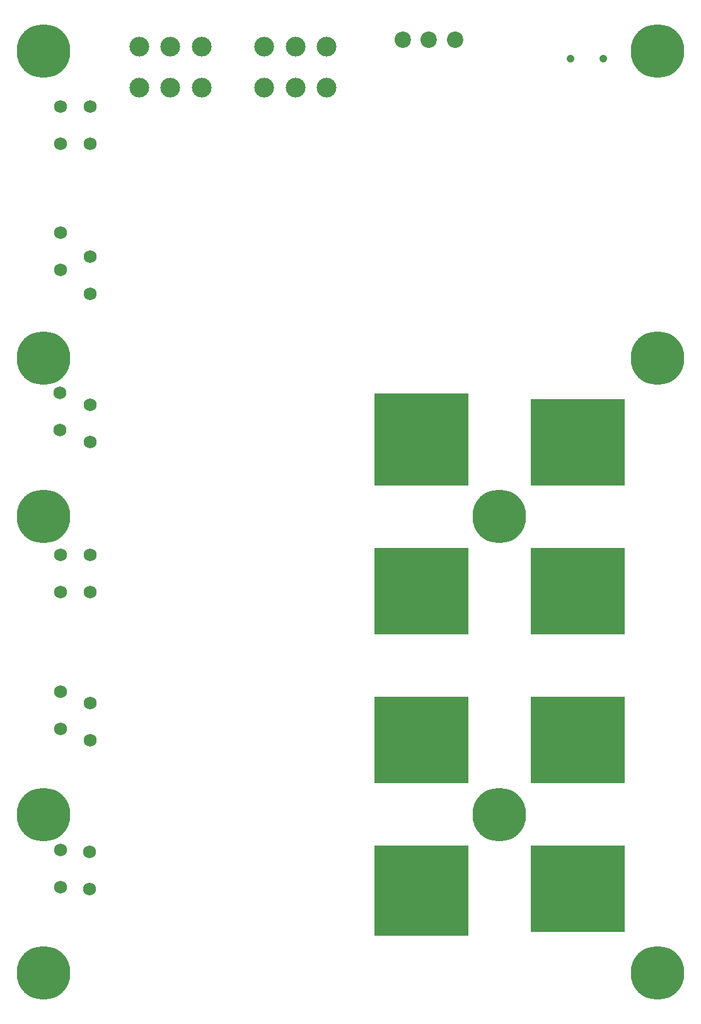
<source format=gbs>
%FSLAX44Y44*%
%MOMM*%
G71*
G01*
G75*
G04 Layer_Color=16711935*
%ADD10C,0.4000*%
%ADD11O,0.2500X1.3000*%
G04:AMPARAMS|DCode=12|XSize=1mm|YSize=0.9mm|CornerRadius=0.198mm|HoleSize=0mm|Usage=FLASHONLY|Rotation=270.000|XOffset=0mm|YOffset=0mm|HoleType=Round|Shape=RoundedRectangle|*
%AMROUNDEDRECTD12*
21,1,1.0000,0.5040,0,0,270.0*
21,1,0.6040,0.9000,0,0,270.0*
1,1,0.3960,-0.2520,-0.3020*
1,1,0.3960,-0.2520,0.3020*
1,1,0.3960,0.2520,0.3020*
1,1,0.3960,0.2520,-0.3020*
%
%ADD12ROUNDEDRECTD12*%
%ADD13C,0.6000*%
%ADD14O,0.2500X1.0000*%
G04:AMPARAMS|DCode=15|XSize=1mm|YSize=0.9mm|CornerRadius=0.198mm|HoleSize=0mm|Usage=FLASHONLY|Rotation=180.000|XOffset=0mm|YOffset=0mm|HoleType=Round|Shape=RoundedRectangle|*
%AMROUNDEDRECTD15*
21,1,1.0000,0.5040,0,0,180.0*
21,1,0.6040,0.9000,0,0,180.0*
1,1,0.3960,-0.3020,0.2520*
1,1,0.3960,0.3020,0.2520*
1,1,0.3960,0.3020,-0.2520*
1,1,0.3960,-0.3020,-0.2520*
%
%ADD15ROUNDEDRECTD15*%
G04:AMPARAMS|DCode=16|XSize=1.75mm|YSize=1.05mm|CornerRadius=0.1995mm|HoleSize=0mm|Usage=FLASHONLY|Rotation=180.000|XOffset=0mm|YOffset=0mm|HoleType=Round|Shape=RoundedRectangle|*
%AMROUNDEDRECTD16*
21,1,1.7500,0.6510,0,0,180.0*
21,1,1.3510,1.0500,0,0,180.0*
1,1,0.3990,-0.6755,0.3255*
1,1,0.3990,0.6755,0.3255*
1,1,0.3990,0.6755,-0.3255*
1,1,0.3990,-0.6755,-0.3255*
%
%ADD16ROUNDEDRECTD16*%
G04:AMPARAMS|DCode=17|XSize=2.7mm|YSize=1.15mm|CornerRadius=0.2013mm|HoleSize=0mm|Usage=FLASHONLY|Rotation=180.000|XOffset=0mm|YOffset=0mm|HoleType=Round|Shape=RoundedRectangle|*
%AMROUNDEDRECTD17*
21,1,2.7000,0.7475,0,0,180.0*
21,1,2.2975,1.1500,0,0,180.0*
1,1,0.4025,-1.1487,0.3738*
1,1,0.4025,1.1487,0.3738*
1,1,0.4025,1.1487,-0.3738*
1,1,0.4025,-1.1487,-0.3738*
%
%ADD17ROUNDEDRECTD17*%
G04:AMPARAMS|DCode=18|XSize=1.45mm|YSize=1.15mm|CornerRadius=0.2013mm|HoleSize=0mm|Usage=FLASHONLY|Rotation=270.000|XOffset=0mm|YOffset=0mm|HoleType=Round|Shape=RoundedRectangle|*
%AMROUNDEDRECTD18*
21,1,1.4500,0.7475,0,0,270.0*
21,1,1.0475,1.1500,0,0,270.0*
1,1,0.4025,-0.3738,-0.5238*
1,1,0.4025,-0.3738,0.5238*
1,1,0.4025,0.3738,0.5238*
1,1,0.4025,0.3738,-0.5238*
%
%ADD18ROUNDEDRECTD18*%
G04:AMPARAMS|DCode=19|XSize=1mm|YSize=0.95mm|CornerRadius=0.1995mm|HoleSize=0mm|Usage=FLASHONLY|Rotation=180.000|XOffset=0mm|YOffset=0mm|HoleType=Round|Shape=RoundedRectangle|*
%AMROUNDEDRECTD19*
21,1,1.0000,0.5510,0,0,180.0*
21,1,0.6010,0.9500,0,0,180.0*
1,1,0.3990,-0.3005,0.2755*
1,1,0.3990,0.3005,0.2755*
1,1,0.3990,0.3005,-0.2755*
1,1,0.3990,-0.3005,-0.2755*
%
%ADD19ROUNDEDRECTD19*%
G04:AMPARAMS|DCode=20|XSize=1mm|YSize=0.95mm|CornerRadius=0.1995mm|HoleSize=0mm|Usage=FLASHONLY|Rotation=90.000|XOffset=0mm|YOffset=0mm|HoleType=Round|Shape=RoundedRectangle|*
%AMROUNDEDRECTD20*
21,1,1.0000,0.5510,0,0,90.0*
21,1,0.6010,0.9500,0,0,90.0*
1,1,0.3990,0.2755,0.3005*
1,1,0.3990,0.2755,-0.3005*
1,1,0.3990,-0.2755,-0.3005*
1,1,0.3990,-0.2755,0.3005*
%
%ADD20ROUNDEDRECTD20*%
G04:AMPARAMS|DCode=21|XSize=2.7mm|YSize=1.15mm|CornerRadius=0.2013mm|HoleSize=0mm|Usage=FLASHONLY|Rotation=90.000|XOffset=0mm|YOffset=0mm|HoleType=Round|Shape=RoundedRectangle|*
%AMROUNDEDRECTD21*
21,1,2.7000,0.7475,0,0,90.0*
21,1,2.2975,1.1500,0,0,90.0*
1,1,0.4025,0.3738,1.1487*
1,1,0.4025,0.3738,-1.1487*
1,1,0.4025,-0.3738,-1.1487*
1,1,0.4025,-0.3738,1.1487*
%
%ADD21ROUNDEDRECTD21*%
G04:AMPARAMS|DCode=22|XSize=1.45mm|YSize=1.15mm|CornerRadius=0.2013mm|HoleSize=0mm|Usage=FLASHONLY|Rotation=0.000|XOffset=0mm|YOffset=0mm|HoleType=Round|Shape=RoundedRectangle|*
%AMROUNDEDRECTD22*
21,1,1.4500,0.7475,0,0,0.0*
21,1,1.0475,1.1500,0,0,0.0*
1,1,0.4025,0.5238,-0.3738*
1,1,0.4025,-0.5238,-0.3738*
1,1,0.4025,-0.5238,0.3738*
1,1,0.4025,0.5238,0.3738*
%
%ADD22ROUNDEDRECTD22*%
G04:AMPARAMS|DCode=23|XSize=3.95mm|YSize=1.2mm|CornerRadius=0.198mm|HoleSize=0mm|Usage=FLASHONLY|Rotation=0.000|XOffset=0mm|YOffset=0mm|HoleType=Round|Shape=RoundedRectangle|*
%AMROUNDEDRECTD23*
21,1,3.9500,0.8040,0,0,0.0*
21,1,3.5540,1.2000,0,0,0.0*
1,1,0.3960,1.7770,-0.4020*
1,1,0.3960,-1.7770,-0.4020*
1,1,0.3960,-1.7770,0.4020*
1,1,0.3960,1.7770,0.4020*
%
%ADD23ROUNDEDRECTD23*%
G04:AMPARAMS|DCode=24|XSize=11.3mm|YSize=10.75mm|CornerRadius=0.215mm|HoleSize=0mm|Usage=FLASHONLY|Rotation=0.000|XOffset=0mm|YOffset=0mm|HoleType=Round|Shape=RoundedRectangle|*
%AMROUNDEDRECTD24*
21,1,11.3000,10.3200,0,0,0.0*
21,1,10.8700,10.7500,0,0,0.0*
1,1,0.4300,5.4350,-5.1600*
1,1,0.4300,-5.4350,-5.1600*
1,1,0.4300,-5.4350,5.1600*
1,1,0.4300,5.4350,5.1600*
%
%ADD24ROUNDEDRECTD24*%
G04:AMPARAMS|DCode=25|XSize=2.5mm|YSize=1.7mm|CornerRadius=0.204mm|HoleSize=0mm|Usage=FLASHONLY|Rotation=180.000|XOffset=0mm|YOffset=0mm|HoleType=Round|Shape=RoundedRectangle|*
%AMROUNDEDRECTD25*
21,1,2.5000,1.2920,0,0,180.0*
21,1,2.0920,1.7000,0,0,180.0*
1,1,0.4080,-1.0460,0.6460*
1,1,0.4080,1.0460,0.6460*
1,1,0.4080,1.0460,-0.6460*
1,1,0.4080,-1.0460,-0.6460*
%
%ADD25ROUNDEDRECTD25*%
G04:AMPARAMS|DCode=26|XSize=2.5mm|YSize=1.7mm|CornerRadius=0.204mm|HoleSize=0mm|Usage=FLASHONLY|Rotation=90.000|XOffset=0mm|YOffset=0mm|HoleType=Round|Shape=RoundedRectangle|*
%AMROUNDEDRECTD26*
21,1,2.5000,1.2920,0,0,90.0*
21,1,2.0920,1.7000,0,0,90.0*
1,1,0.4080,0.6460,1.0460*
1,1,0.4080,0.6460,-1.0460*
1,1,0.4080,-0.6460,-1.0460*
1,1,0.4080,-0.6460,1.0460*
%
%ADD26ROUNDEDRECTD26*%
G04:AMPARAMS|DCode=27|XSize=3.3mm|YSize=2.5mm|CornerRadius=0.2mm|HoleSize=0mm|Usage=FLASHONLY|Rotation=0.000|XOffset=0mm|YOffset=0mm|HoleType=Round|Shape=RoundedRectangle|*
%AMROUNDEDRECTD27*
21,1,3.3000,2.1000,0,0,0.0*
21,1,2.9000,2.5000,0,0,0.0*
1,1,0.4000,1.4500,-1.0500*
1,1,0.4000,-1.4500,-1.0500*
1,1,0.4000,-1.4500,1.0500*
1,1,0.4000,1.4500,1.0500*
%
%ADD27ROUNDEDRECTD27*%
G04:AMPARAMS|DCode=28|XSize=2.5mm|YSize=2.3mm|CornerRadius=0.1955mm|HoleSize=0mm|Usage=FLASHONLY|Rotation=270.000|XOffset=0mm|YOffset=0mm|HoleType=Round|Shape=RoundedRectangle|*
%AMROUNDEDRECTD28*
21,1,2.5000,1.9090,0,0,270.0*
21,1,2.1090,2.3000,0,0,270.0*
1,1,0.3910,-0.9545,-1.0545*
1,1,0.3910,-0.9545,1.0545*
1,1,0.3910,0.9545,1.0545*
1,1,0.3910,0.9545,-1.0545*
%
%ADD28ROUNDEDRECTD28*%
G04:AMPARAMS|DCode=29|XSize=3mm|YSize=1.65mm|CornerRadius=0.1073mm|HoleSize=0mm|Usage=FLASHONLY|Rotation=180.000|XOffset=0mm|YOffset=0mm|HoleType=Round|Shape=RoundedRectangle|*
%AMROUNDEDRECTD29*
21,1,3.0000,1.4355,0,0,180.0*
21,1,2.7855,1.6500,0,0,180.0*
1,1,0.2145,-1.3927,0.7178*
1,1,0.2145,1.3927,0.7178*
1,1,0.2145,1.3927,-0.7178*
1,1,0.2145,-1.3927,-0.7178*
%
%ADD29ROUNDEDRECTD29*%
G04:AMPARAMS|DCode=30|XSize=1mm|YSize=0.45mm|CornerRadius=0.1125mm|HoleSize=0mm|Usage=FLASHONLY|Rotation=90.000|XOffset=0mm|YOffset=0mm|HoleType=Round|Shape=RoundedRectangle|*
%AMROUNDEDRECTD30*
21,1,1.0000,0.2250,0,0,90.0*
21,1,0.7750,0.4500,0,0,90.0*
1,1,0.2250,0.1125,0.3875*
1,1,0.2250,0.1125,-0.3875*
1,1,0.2250,-0.1125,-0.3875*
1,1,0.2250,-0.1125,0.3875*
%
%ADD30ROUNDEDRECTD30*%
G04:AMPARAMS|DCode=31|XSize=0.7mm|YSize=0.25mm|CornerRadius=0.0838mm|HoleSize=0mm|Usage=FLASHONLY|Rotation=90.000|XOffset=0mm|YOffset=0mm|HoleType=Round|Shape=RoundedRectangle|*
%AMROUNDEDRECTD31*
21,1,0.7000,0.0825,0,0,90.0*
21,1,0.5325,0.2500,0,0,90.0*
1,1,0.1675,0.0413,0.2662*
1,1,0.1675,0.0413,-0.2662*
1,1,0.1675,-0.0413,-0.2662*
1,1,0.1675,-0.0413,0.2662*
%
%ADD31ROUNDEDRECTD31*%
G04:AMPARAMS|DCode=32|XSize=1.35mm|YSize=1.65mm|CornerRadius=0.27mm|HoleSize=0mm|Usage=FLASHONLY|Rotation=180.000|XOffset=0mm|YOffset=0mm|HoleType=Round|Shape=RoundedRectangle|*
%AMROUNDEDRECTD32*
21,1,1.3500,1.1100,0,0,180.0*
21,1,0.8100,1.6500,0,0,180.0*
1,1,0.5400,-0.4050,0.5550*
1,1,0.5400,0.4050,0.5550*
1,1,0.5400,0.4050,-0.5550*
1,1,0.5400,-0.4050,-0.5550*
%
%ADD32ROUNDEDRECTD32*%
G04:AMPARAMS|DCode=33|XSize=1.05mm|YSize=0.65mm|CornerRadius=0.2015mm|HoleSize=0mm|Usage=FLASHONLY|Rotation=180.000|XOffset=0mm|YOffset=0mm|HoleType=Round|Shape=RoundedRectangle|*
%AMROUNDEDRECTD33*
21,1,1.0500,0.2470,0,0,180.0*
21,1,0.6470,0.6500,0,0,180.0*
1,1,0.4030,-0.3235,0.1235*
1,1,0.4030,0.3235,0.1235*
1,1,0.4030,0.3235,-0.1235*
1,1,0.4030,-0.3235,-0.1235*
%
%ADD33ROUNDEDRECTD33*%
%ADD34O,1.3500X0.5000*%
G04:AMPARAMS|DCode=35|XSize=6.5mm|YSize=5mm|CornerRadius=0.25mm|HoleSize=0mm|Usage=FLASHONLY|Rotation=180.000|XOffset=0mm|YOffset=0mm|HoleType=Round|Shape=RoundedRectangle|*
%AMROUNDEDRECTD35*
21,1,6.5000,4.5000,0,0,180.0*
21,1,6.0000,5.0000,0,0,180.0*
1,1,0.5000,-3.0000,2.2500*
1,1,0.5000,3.0000,2.2500*
1,1,0.5000,3.0000,-2.2500*
1,1,0.5000,-3.0000,-2.2500*
%
%ADD35ROUNDEDRECTD35*%
%ADD36O,0.5000X1.3500*%
G04:AMPARAMS|DCode=37|XSize=2.85mm|YSize=1mm|CornerRadius=0.2mm|HoleSize=0mm|Usage=FLASHONLY|Rotation=0.000|XOffset=0mm|YOffset=0mm|HoleType=Round|Shape=RoundedRectangle|*
%AMROUNDEDRECTD37*
21,1,2.8500,0.6000,0,0,0.0*
21,1,2.4500,1.0000,0,0,0.0*
1,1,0.4000,1.2250,-0.3000*
1,1,0.4000,-1.2250,-0.3000*
1,1,0.4000,-1.2250,0.3000*
1,1,0.4000,1.2250,0.3000*
%
%ADD37ROUNDEDRECTD37*%
G04:AMPARAMS|DCode=38|XSize=6.45mm|YSize=6mm|CornerRadius=0.21mm|HoleSize=0mm|Usage=FLASHONLY|Rotation=0.000|XOffset=0mm|YOffset=0mm|HoleType=Round|Shape=RoundedRectangle|*
%AMROUNDEDRECTD38*
21,1,6.4500,5.5800,0,0,0.0*
21,1,6.0300,6.0000,0,0,0.0*
1,1,0.4200,3.0150,-2.7900*
1,1,0.4200,-3.0150,-2.7900*
1,1,0.4200,-3.0150,2.7900*
1,1,0.4200,3.0150,2.7900*
%
%ADD38ROUNDEDRECTD38*%
G04:AMPARAMS|DCode=39|XSize=1.2mm|YSize=1.2mm|CornerRadius=0.198mm|HoleSize=0mm|Usage=FLASHONLY|Rotation=0.000|XOffset=0mm|YOffset=0mm|HoleType=Round|Shape=RoundedRectangle|*
%AMROUNDEDRECTD39*
21,1,1.2000,0.8040,0,0,0.0*
21,1,0.8040,1.2000,0,0,0.0*
1,1,0.3960,0.4020,-0.4020*
1,1,0.3960,-0.4020,-0.4020*
1,1,0.3960,-0.4020,0.4020*
1,1,0.3960,0.4020,0.4020*
%
%ADD39ROUNDEDRECTD39*%
G04:AMPARAMS|DCode=40|XSize=1.2mm|YSize=1.2mm|CornerRadius=0.198mm|HoleSize=0mm|Usage=FLASHONLY|Rotation=90.000|XOffset=0mm|YOffset=0mm|HoleType=Round|Shape=RoundedRectangle|*
%AMROUNDEDRECTD40*
21,1,1.2000,0.8040,0,0,90.0*
21,1,0.8040,1.2000,0,0,90.0*
1,1,0.3960,0.4020,0.4020*
1,1,0.3960,0.4020,-0.4020*
1,1,0.3960,-0.4020,-0.4020*
1,1,0.3960,-0.4020,0.4020*
%
%ADD40ROUNDEDRECTD40*%
G04:AMPARAMS|DCode=41|XSize=2.3mm|YSize=0.5mm|CornerRadius=0.2mm|HoleSize=0mm|Usage=FLASHONLY|Rotation=270.000|XOffset=0mm|YOffset=0mm|HoleType=Round|Shape=RoundedRectangle|*
%AMROUNDEDRECTD41*
21,1,2.3000,0.1000,0,0,270.0*
21,1,1.9000,0.5000,0,0,270.0*
1,1,0.4000,-0.0500,-0.9500*
1,1,0.4000,-0.0500,0.9500*
1,1,0.4000,0.0500,0.9500*
1,1,0.4000,0.0500,-0.9500*
%
%ADD41ROUNDEDRECTD41*%
G04:AMPARAMS|DCode=42|XSize=2.5mm|YSize=2mm|CornerRadius=0.2mm|HoleSize=0mm|Usage=FLASHONLY|Rotation=270.000|XOffset=0mm|YOffset=0mm|HoleType=Round|Shape=RoundedRectangle|*
%AMROUNDEDRECTD42*
21,1,2.5000,1.6000,0,0,270.0*
21,1,2.1000,2.0000,0,0,270.0*
1,1,0.4000,-0.8000,-1.0500*
1,1,0.4000,-0.8000,1.0500*
1,1,0.4000,0.8000,1.0500*
1,1,0.4000,0.8000,-1.0500*
%
%ADD42ROUNDEDRECTD42*%
G04:AMPARAMS|DCode=43|XSize=1.1mm|YSize=0.6mm|CornerRadius=0.201mm|HoleSize=0mm|Usage=FLASHONLY|Rotation=0.000|XOffset=0mm|YOffset=0mm|HoleType=Round|Shape=RoundedRectangle|*
%AMROUNDEDRECTD43*
21,1,1.1000,0.1980,0,0,0.0*
21,1,0.6980,0.6000,0,0,0.0*
1,1,0.4020,0.3490,-0.0990*
1,1,0.4020,-0.3490,-0.0990*
1,1,0.4020,-0.3490,0.0990*
1,1,0.4020,0.3490,0.0990*
%
%ADD43ROUNDEDRECTD43*%
%ADD44C,1.0000*%
%ADD45O,1.5000X0.3000*%
%ADD46O,0.3000X1.5000*%
G04:AMPARAMS|DCode=47|XSize=4.9mm|YSize=1.6mm|CornerRadius=0.2mm|HoleSize=0mm|Usage=FLASHONLY|Rotation=270.000|XOffset=0mm|YOffset=0mm|HoleType=Round|Shape=RoundedRectangle|*
%AMROUNDEDRECTD47*
21,1,4.9000,1.2000,0,0,270.0*
21,1,4.5000,1.6000,0,0,270.0*
1,1,0.4000,-0.6000,-2.2500*
1,1,0.4000,-0.6000,2.2500*
1,1,0.4000,0.6000,2.2500*
1,1,0.4000,0.6000,-2.2500*
%
%ADD47ROUNDEDRECTD47*%
%ADD48R,1.3000X1.3000*%
%ADD49C,1.3000*%
G04:AMPARAMS|DCode=50|XSize=1.05mm|YSize=0.65mm|CornerRadius=0.2015mm|HoleSize=0mm|Usage=FLASHONLY|Rotation=270.000|XOffset=0mm|YOffset=0mm|HoleType=Round|Shape=RoundedRectangle|*
%AMROUNDEDRECTD50*
21,1,1.0500,0.2470,0,0,270.0*
21,1,0.6470,0.6500,0,0,270.0*
1,1,0.4030,-0.1235,-0.3235*
1,1,0.4030,-0.1235,0.3235*
1,1,0.4030,0.1235,0.3235*
1,1,0.4030,0.1235,-0.3235*
%
%ADD50ROUNDEDRECTD50*%
%ADD51O,0.6000X1.5500*%
G04:AMPARAMS|DCode=52|XSize=1.75mm|YSize=1.05mm|CornerRadius=0.1995mm|HoleSize=0mm|Usage=FLASHONLY|Rotation=90.000|XOffset=0mm|YOffset=0mm|HoleType=Round|Shape=RoundedRectangle|*
%AMROUNDEDRECTD52*
21,1,1.7500,0.6510,0,0,90.0*
21,1,1.3510,1.0500,0,0,90.0*
1,1,0.3990,0.3255,0.6755*
1,1,0.3990,0.3255,-0.6755*
1,1,0.3990,-0.3255,-0.6755*
1,1,0.3990,-0.3255,0.6755*
%
%ADD52ROUNDEDRECTD52*%
%ADD53O,1.5500X0.6000*%
%ADD54O,0.2000X1.0000*%
%ADD55C,0.5000*%
G04:AMPARAMS|DCode=56|XSize=1.1mm|YSize=0.8mm|CornerRadius=0.268mm|HoleSize=0mm|Usage=FLASHONLY|Rotation=0.000|XOffset=0mm|YOffset=0mm|HoleType=Round|Shape=RoundedRectangle|*
%AMROUNDEDRECTD56*
21,1,1.1000,0.2640,0,0,0.0*
21,1,0.5640,0.8000,0,0,0.0*
1,1,0.5360,0.2820,-0.1320*
1,1,0.5360,-0.2820,-0.1320*
1,1,0.5360,-0.2820,0.1320*
1,1,0.5360,0.2820,0.1320*
%
%ADD56ROUNDEDRECTD56*%
%ADD57C,2.0000*%
%ADD58C,0.6000*%
%ADD59C,0.5000*%
%ADD60C,0.2500*%
%ADD61C,0.4500*%
%ADD62C,0.4000*%
%ADD63C,0.3500*%
%ADD64C,0.3000*%
%ADD65C,0.2540*%
%ADD66C,0.2000*%
%ADD67C,1.6000*%
%ADD68C,2.5000*%
%ADD69C,7.0000*%
%ADD70C,2.0000*%
%ADD71C,1.6000*%
%ADD72C,4.5000*%
%ADD73C,0.0500*%
%ADD74C,0.1500*%
%ADD75C,0.1524*%
%ADD76C,0.0000*%
%ADD77O,0.3500X1.4000*%
G04:AMPARAMS|DCode=78|XSize=1.15mm|YSize=1.05mm|CornerRadius=0.273mm|HoleSize=0mm|Usage=FLASHONLY|Rotation=270.000|XOffset=0mm|YOffset=0mm|HoleType=Round|Shape=RoundedRectangle|*
%AMROUNDEDRECTD78*
21,1,1.1500,0.5040,0,0,270.0*
21,1,0.6040,1.0500,0,0,270.0*
1,1,0.5460,-0.2520,-0.3020*
1,1,0.5460,-0.2520,0.3020*
1,1,0.5460,0.2520,0.3020*
1,1,0.5460,0.2520,-0.3020*
%
%ADD78ROUNDEDRECTD78*%
%ADD79C,0.8000*%
%ADD80O,0.3500X1.1000*%
G04:AMPARAMS|DCode=81|XSize=1.15mm|YSize=1.05mm|CornerRadius=0.273mm|HoleSize=0mm|Usage=FLASHONLY|Rotation=180.000|XOffset=0mm|YOffset=0mm|HoleType=Round|Shape=RoundedRectangle|*
%AMROUNDEDRECTD81*
21,1,1.1500,0.5040,0,0,180.0*
21,1,0.6040,1.0500,0,0,180.0*
1,1,0.5460,-0.3020,0.2520*
1,1,0.5460,0.3020,0.2520*
1,1,0.5460,0.3020,-0.2520*
1,1,0.5460,-0.3020,-0.2520*
%
%ADD81ROUNDEDRECTD81*%
G04:AMPARAMS|DCode=82|XSize=1.9mm|YSize=1.2mm|CornerRadius=0.2745mm|HoleSize=0mm|Usage=FLASHONLY|Rotation=180.000|XOffset=0mm|YOffset=0mm|HoleType=Round|Shape=RoundedRectangle|*
%AMROUNDEDRECTD82*
21,1,1.9000,0.6510,0,0,180.0*
21,1,1.3510,1.2000,0,0,180.0*
1,1,0.5490,-0.6755,0.3255*
1,1,0.5490,0.6755,0.3255*
1,1,0.5490,0.6755,-0.3255*
1,1,0.5490,-0.6755,-0.3255*
%
%ADD82ROUNDEDRECTD82*%
G04:AMPARAMS|DCode=83|XSize=2.85mm|YSize=1.3mm|CornerRadius=0.2763mm|HoleSize=0mm|Usage=FLASHONLY|Rotation=180.000|XOffset=0mm|YOffset=0mm|HoleType=Round|Shape=RoundedRectangle|*
%AMROUNDEDRECTD83*
21,1,2.8500,0.7475,0,0,180.0*
21,1,2.2975,1.3000,0,0,180.0*
1,1,0.5525,-1.1487,0.3738*
1,1,0.5525,1.1487,0.3738*
1,1,0.5525,1.1487,-0.3738*
1,1,0.5525,-1.1487,-0.3738*
%
%ADD83ROUNDEDRECTD83*%
G04:AMPARAMS|DCode=84|XSize=1.6mm|YSize=1.3mm|CornerRadius=0.2763mm|HoleSize=0mm|Usage=FLASHONLY|Rotation=270.000|XOffset=0mm|YOffset=0mm|HoleType=Round|Shape=RoundedRectangle|*
%AMROUNDEDRECTD84*
21,1,1.6000,0.7475,0,0,270.0*
21,1,1.0475,1.3000,0,0,270.0*
1,1,0.5525,-0.3738,-0.5238*
1,1,0.5525,-0.3738,0.5238*
1,1,0.5525,0.3738,0.5238*
1,1,0.5525,0.3738,-0.5238*
%
%ADD84ROUNDEDRECTD84*%
G04:AMPARAMS|DCode=85|XSize=1.15mm|YSize=1.1mm|CornerRadius=0.2745mm|HoleSize=0mm|Usage=FLASHONLY|Rotation=180.000|XOffset=0mm|YOffset=0mm|HoleType=Round|Shape=RoundedRectangle|*
%AMROUNDEDRECTD85*
21,1,1.1500,0.5510,0,0,180.0*
21,1,0.6010,1.1000,0,0,180.0*
1,1,0.5490,-0.3005,0.2755*
1,1,0.5490,0.3005,0.2755*
1,1,0.5490,0.3005,-0.2755*
1,1,0.5490,-0.3005,-0.2755*
%
%ADD85ROUNDEDRECTD85*%
G04:AMPARAMS|DCode=86|XSize=1.15mm|YSize=1.1mm|CornerRadius=0.2745mm|HoleSize=0mm|Usage=FLASHONLY|Rotation=90.000|XOffset=0mm|YOffset=0mm|HoleType=Round|Shape=RoundedRectangle|*
%AMROUNDEDRECTD86*
21,1,1.1500,0.5510,0,0,90.0*
21,1,0.6010,1.1000,0,0,90.0*
1,1,0.5490,0.2755,0.3005*
1,1,0.5490,0.2755,-0.3005*
1,1,0.5490,-0.2755,-0.3005*
1,1,0.5490,-0.2755,0.3005*
%
%ADD86ROUNDEDRECTD86*%
G04:AMPARAMS|DCode=87|XSize=2.85mm|YSize=1.3mm|CornerRadius=0.2763mm|HoleSize=0mm|Usage=FLASHONLY|Rotation=90.000|XOffset=0mm|YOffset=0mm|HoleType=Round|Shape=RoundedRectangle|*
%AMROUNDEDRECTD87*
21,1,2.8500,0.7475,0,0,90.0*
21,1,2.2975,1.3000,0,0,90.0*
1,1,0.5525,0.3738,1.1487*
1,1,0.5525,0.3738,-1.1487*
1,1,0.5525,-0.3738,-1.1487*
1,1,0.5525,-0.3738,1.1487*
%
%ADD87ROUNDEDRECTD87*%
G04:AMPARAMS|DCode=88|XSize=1.6mm|YSize=1.3mm|CornerRadius=0.2763mm|HoleSize=0mm|Usage=FLASHONLY|Rotation=0.000|XOffset=0mm|YOffset=0mm|HoleType=Round|Shape=RoundedRectangle|*
%AMROUNDEDRECTD88*
21,1,1.6000,0.7475,0,0,0.0*
21,1,1.0475,1.3000,0,0,0.0*
1,1,0.5525,0.5238,-0.3738*
1,1,0.5525,-0.5238,-0.3738*
1,1,0.5525,-0.5238,0.3738*
1,1,0.5525,0.5238,0.3738*
%
%ADD88ROUNDEDRECTD88*%
G04:AMPARAMS|DCode=89|XSize=4.1mm|YSize=1.35mm|CornerRadius=0.273mm|HoleSize=0mm|Usage=FLASHONLY|Rotation=0.000|XOffset=0mm|YOffset=0mm|HoleType=Round|Shape=RoundedRectangle|*
%AMROUNDEDRECTD89*
21,1,4.1000,0.8040,0,0,0.0*
21,1,3.5540,1.3500,0,0,0.0*
1,1,0.5460,1.7770,-0.4020*
1,1,0.5460,-1.7770,-0.4020*
1,1,0.5460,-1.7770,0.4020*
1,1,0.5460,1.7770,0.4020*
%
%ADD89ROUNDEDRECTD89*%
G04:AMPARAMS|DCode=90|XSize=11.45mm|YSize=10.9mm|CornerRadius=0.29mm|HoleSize=0mm|Usage=FLASHONLY|Rotation=0.000|XOffset=0mm|YOffset=0mm|HoleType=Round|Shape=RoundedRectangle|*
%AMROUNDEDRECTD90*
21,1,11.4500,10.3200,0,0,0.0*
21,1,10.8700,10.9000,0,0,0.0*
1,1,0.5800,5.4350,-5.1600*
1,1,0.5800,-5.4350,-5.1600*
1,1,0.5800,-5.4350,5.1600*
1,1,0.5800,5.4350,5.1600*
%
%ADD90ROUNDEDRECTD90*%
G04:AMPARAMS|DCode=91|XSize=2.65mm|YSize=1.85mm|CornerRadius=0.279mm|HoleSize=0mm|Usage=FLASHONLY|Rotation=180.000|XOffset=0mm|YOffset=0mm|HoleType=Round|Shape=RoundedRectangle|*
%AMROUNDEDRECTD91*
21,1,2.6500,1.2920,0,0,180.0*
21,1,2.0920,1.8500,0,0,180.0*
1,1,0.5580,-1.0460,0.6460*
1,1,0.5580,1.0460,0.6460*
1,1,0.5580,1.0460,-0.6460*
1,1,0.5580,-1.0460,-0.6460*
%
%ADD91ROUNDEDRECTD91*%
G04:AMPARAMS|DCode=92|XSize=2.65mm|YSize=1.85mm|CornerRadius=0.279mm|HoleSize=0mm|Usage=FLASHONLY|Rotation=90.000|XOffset=0mm|YOffset=0mm|HoleType=Round|Shape=RoundedRectangle|*
%AMROUNDEDRECTD92*
21,1,2.6500,1.2920,0,0,90.0*
21,1,2.0920,1.8500,0,0,90.0*
1,1,0.5580,0.6460,1.0460*
1,1,0.5580,0.6460,-1.0460*
1,1,0.5580,-0.6460,-1.0460*
1,1,0.5580,-0.6460,1.0460*
%
%ADD92ROUNDEDRECTD92*%
G04:AMPARAMS|DCode=93|XSize=3.45mm|YSize=2.65mm|CornerRadius=0.275mm|HoleSize=0mm|Usage=FLASHONLY|Rotation=0.000|XOffset=0mm|YOffset=0mm|HoleType=Round|Shape=RoundedRectangle|*
%AMROUNDEDRECTD93*
21,1,3.4500,2.1000,0,0,0.0*
21,1,2.9000,2.6500,0,0,0.0*
1,1,0.5500,1.4500,-1.0500*
1,1,0.5500,-1.4500,-1.0500*
1,1,0.5500,-1.4500,1.0500*
1,1,0.5500,1.4500,1.0500*
%
%ADD93ROUNDEDRECTD93*%
G04:AMPARAMS|DCode=94|XSize=2.65mm|YSize=2.45mm|CornerRadius=0.2705mm|HoleSize=0mm|Usage=FLASHONLY|Rotation=270.000|XOffset=0mm|YOffset=0mm|HoleType=Round|Shape=RoundedRectangle|*
%AMROUNDEDRECTD94*
21,1,2.6500,1.9090,0,0,270.0*
21,1,2.1090,2.4500,0,0,270.0*
1,1,0.5410,-0.9545,-1.0545*
1,1,0.5410,-0.9545,1.0545*
1,1,0.5410,0.9545,1.0545*
1,1,0.5410,0.9545,-1.0545*
%
%ADD94ROUNDEDRECTD94*%
G04:AMPARAMS|DCode=95|XSize=3.15mm|YSize=1.8mm|CornerRadius=0.1823mm|HoleSize=0mm|Usage=FLASHONLY|Rotation=180.000|XOffset=0mm|YOffset=0mm|HoleType=Round|Shape=RoundedRectangle|*
%AMROUNDEDRECTD95*
21,1,3.1500,1.4355,0,0,180.0*
21,1,2.7855,1.8000,0,0,180.0*
1,1,0.3645,-1.3927,0.7178*
1,1,0.3645,1.3927,0.7178*
1,1,0.3645,1.3927,-0.7178*
1,1,0.3645,-1.3927,-0.7178*
%
%ADD95ROUNDEDRECTD95*%
G04:AMPARAMS|DCode=96|XSize=1.1mm|YSize=0.55mm|CornerRadius=0.1625mm|HoleSize=0mm|Usage=FLASHONLY|Rotation=90.000|XOffset=0mm|YOffset=0mm|HoleType=Round|Shape=RoundedRectangle|*
%AMROUNDEDRECTD96*
21,1,1.1000,0.2250,0,0,90.0*
21,1,0.7750,0.5500,0,0,90.0*
1,1,0.3250,0.1125,0.3875*
1,1,0.3250,0.1125,-0.3875*
1,1,0.3250,-0.1125,-0.3875*
1,1,0.3250,-0.1125,0.3875*
%
%ADD96ROUNDEDRECTD96*%
G04:AMPARAMS|DCode=97|XSize=0.8mm|YSize=0.35mm|CornerRadius=0.1338mm|HoleSize=0mm|Usage=FLASHONLY|Rotation=90.000|XOffset=0mm|YOffset=0mm|HoleType=Round|Shape=RoundedRectangle|*
%AMROUNDEDRECTD97*
21,1,0.8000,0.0825,0,0,90.0*
21,1,0.5325,0.3500,0,0,90.0*
1,1,0.2675,0.0413,0.2662*
1,1,0.2675,0.0413,-0.2662*
1,1,0.2675,-0.0413,-0.2662*
1,1,0.2675,-0.0413,0.2662*
%
%ADD97ROUNDEDRECTD97*%
G04:AMPARAMS|DCode=98|XSize=1.5mm|YSize=1.8mm|CornerRadius=0.345mm|HoleSize=0mm|Usage=FLASHONLY|Rotation=180.000|XOffset=0mm|YOffset=0mm|HoleType=Round|Shape=RoundedRectangle|*
%AMROUNDEDRECTD98*
21,1,1.5000,1.1100,0,0,180.0*
21,1,0.8100,1.8000,0,0,180.0*
1,1,0.6900,-0.4050,0.5550*
1,1,0.6900,0.4050,0.5550*
1,1,0.6900,0.4050,-0.5550*
1,1,0.6900,-0.4050,-0.5550*
%
%ADD98ROUNDEDRECTD98*%
G04:AMPARAMS|DCode=99|XSize=1.2mm|YSize=0.8mm|CornerRadius=0.2765mm|HoleSize=0mm|Usage=FLASHONLY|Rotation=180.000|XOffset=0mm|YOffset=0mm|HoleType=Round|Shape=RoundedRectangle|*
%AMROUNDEDRECTD99*
21,1,1.2000,0.2470,0,0,180.0*
21,1,0.6470,0.8000,0,0,180.0*
1,1,0.5530,-0.3235,0.1235*
1,1,0.5530,0.3235,0.1235*
1,1,0.5530,0.3235,-0.1235*
1,1,0.5530,-0.3235,-0.1235*
%
%ADD99ROUNDEDRECTD99*%
%ADD100O,1.5000X0.6500*%
G04:AMPARAMS|DCode=101|XSize=6.65mm|YSize=5.15mm|CornerRadius=0.325mm|HoleSize=0mm|Usage=FLASHONLY|Rotation=180.000|XOffset=0mm|YOffset=0mm|HoleType=Round|Shape=RoundedRectangle|*
%AMROUNDEDRECTD101*
21,1,6.6500,4.5000,0,0,180.0*
21,1,6.0000,5.1500,0,0,180.0*
1,1,0.6500,-3.0000,2.2500*
1,1,0.6500,3.0000,2.2500*
1,1,0.6500,3.0000,-2.2500*
1,1,0.6500,-3.0000,-2.2500*
%
%ADD101ROUNDEDRECTD101*%
%ADD102O,0.6500X1.5000*%
G04:AMPARAMS|DCode=103|XSize=3mm|YSize=1.15mm|CornerRadius=0.275mm|HoleSize=0mm|Usage=FLASHONLY|Rotation=0.000|XOffset=0mm|YOffset=0mm|HoleType=Round|Shape=RoundedRectangle|*
%AMROUNDEDRECTD103*
21,1,3.0000,0.6000,0,0,0.0*
21,1,2.4500,1.1500,0,0,0.0*
1,1,0.5500,1.2250,-0.3000*
1,1,0.5500,-1.2250,-0.3000*
1,1,0.5500,-1.2250,0.3000*
1,1,0.5500,1.2250,0.3000*
%
%ADD103ROUNDEDRECTD103*%
G04:AMPARAMS|DCode=104|XSize=6.6mm|YSize=6.15mm|CornerRadius=0.285mm|HoleSize=0mm|Usage=FLASHONLY|Rotation=0.000|XOffset=0mm|YOffset=0mm|HoleType=Round|Shape=RoundedRectangle|*
%AMROUNDEDRECTD104*
21,1,6.6000,5.5800,0,0,0.0*
21,1,6.0300,6.1500,0,0,0.0*
1,1,0.5700,3.0150,-2.7900*
1,1,0.5700,-3.0150,-2.7900*
1,1,0.5700,-3.0150,2.7900*
1,1,0.5700,3.0150,2.7900*
%
%ADD104ROUNDEDRECTD104*%
G04:AMPARAMS|DCode=105|XSize=1.35mm|YSize=1.35mm|CornerRadius=0.273mm|HoleSize=0mm|Usage=FLASHONLY|Rotation=0.000|XOffset=0mm|YOffset=0mm|HoleType=Round|Shape=RoundedRectangle|*
%AMROUNDEDRECTD105*
21,1,1.3500,0.8040,0,0,0.0*
21,1,0.8040,1.3500,0,0,0.0*
1,1,0.5460,0.4020,-0.4020*
1,1,0.5460,-0.4020,-0.4020*
1,1,0.5460,-0.4020,0.4020*
1,1,0.5460,0.4020,0.4020*
%
%ADD105ROUNDEDRECTD105*%
G04:AMPARAMS|DCode=106|XSize=1.35mm|YSize=1.35mm|CornerRadius=0.273mm|HoleSize=0mm|Usage=FLASHONLY|Rotation=90.000|XOffset=0mm|YOffset=0mm|HoleType=Round|Shape=RoundedRectangle|*
%AMROUNDEDRECTD106*
21,1,1.3500,0.8040,0,0,90.0*
21,1,0.8040,1.3500,0,0,90.0*
1,1,0.5460,0.4020,0.4020*
1,1,0.5460,0.4020,-0.4020*
1,1,0.5460,-0.4020,-0.4020*
1,1,0.5460,-0.4020,0.4020*
%
%ADD106ROUNDEDRECTD106*%
G04:AMPARAMS|DCode=107|XSize=2.45mm|YSize=0.65mm|CornerRadius=0.275mm|HoleSize=0mm|Usage=FLASHONLY|Rotation=270.000|XOffset=0mm|YOffset=0mm|HoleType=Round|Shape=RoundedRectangle|*
%AMROUNDEDRECTD107*
21,1,2.4500,0.1000,0,0,270.0*
21,1,1.9000,0.6500,0,0,270.0*
1,1,0.5500,-0.0500,-0.9500*
1,1,0.5500,-0.0500,0.9500*
1,1,0.5500,0.0500,0.9500*
1,1,0.5500,0.0500,-0.9500*
%
%ADD107ROUNDEDRECTD107*%
G04:AMPARAMS|DCode=108|XSize=2.65mm|YSize=2.15mm|CornerRadius=0.275mm|HoleSize=0mm|Usage=FLASHONLY|Rotation=270.000|XOffset=0mm|YOffset=0mm|HoleType=Round|Shape=RoundedRectangle|*
%AMROUNDEDRECTD108*
21,1,2.6500,1.6000,0,0,270.0*
21,1,2.1000,2.1500,0,0,270.0*
1,1,0.5500,-0.8000,-1.0500*
1,1,0.5500,-0.8000,1.0500*
1,1,0.5500,0.8000,1.0500*
1,1,0.5500,0.8000,-1.0500*
%
%ADD108ROUNDEDRECTD108*%
G04:AMPARAMS|DCode=109|XSize=1.25mm|YSize=0.75mm|CornerRadius=0.276mm|HoleSize=0mm|Usage=FLASHONLY|Rotation=0.000|XOffset=0mm|YOffset=0mm|HoleType=Round|Shape=RoundedRectangle|*
%AMROUNDEDRECTD109*
21,1,1.2500,0.1980,0,0,0.0*
21,1,0.6980,0.7500,0,0,0.0*
1,1,0.5520,0.3490,-0.0990*
1,1,0.5520,-0.3490,-0.0990*
1,1,0.5520,-0.3490,0.0990*
1,1,0.5520,0.3490,0.0990*
%
%ADD109ROUNDEDRECTD109*%
%ADD110C,2.0000*%
%ADD111O,1.6000X0.4000*%
%ADD112O,0.4000X1.6000*%
G04:AMPARAMS|DCode=113|XSize=5.05mm|YSize=1.75mm|CornerRadius=0.275mm|HoleSize=0mm|Usage=FLASHONLY|Rotation=270.000|XOffset=0mm|YOffset=0mm|HoleType=Round|Shape=RoundedRectangle|*
%AMROUNDEDRECTD113*
21,1,5.0500,1.2000,0,0,270.0*
21,1,4.5000,1.7500,0,0,270.0*
1,1,0.5500,-0.6000,-2.2500*
1,1,0.5500,-0.6000,2.2500*
1,1,0.5500,0.6000,2.2500*
1,1,0.5500,0.6000,-2.2500*
%
%ADD113ROUNDEDRECTD113*%
%ADD114R,1.5000X1.5000*%
%ADD115C,1.5000*%
G04:AMPARAMS|DCode=116|XSize=1.2mm|YSize=0.8mm|CornerRadius=0.2765mm|HoleSize=0mm|Usage=FLASHONLY|Rotation=270.000|XOffset=0mm|YOffset=0mm|HoleType=Round|Shape=RoundedRectangle|*
%AMROUNDEDRECTD116*
21,1,1.2000,0.2470,0,0,270.0*
21,1,0.6470,0.8000,0,0,270.0*
1,1,0.5530,-0.1235,-0.3235*
1,1,0.5530,-0.1235,0.3235*
1,1,0.5530,0.1235,0.3235*
1,1,0.5530,0.1235,-0.3235*
%
%ADD116ROUNDEDRECTD116*%
%ADD117O,0.7500X1.7000*%
G04:AMPARAMS|DCode=118|XSize=1.9mm|YSize=1.2mm|CornerRadius=0.2745mm|HoleSize=0mm|Usage=FLASHONLY|Rotation=90.000|XOffset=0mm|YOffset=0mm|HoleType=Round|Shape=RoundedRectangle|*
%AMROUNDEDRECTD118*
21,1,1.9000,0.6510,0,0,90.0*
21,1,1.3510,1.2000,0,0,90.0*
1,1,0.5490,0.3255,0.6755*
1,1,0.5490,0.3255,-0.6755*
1,1,0.5490,-0.3255,-0.6755*
1,1,0.5490,-0.3255,0.6755*
%
%ADD118ROUNDEDRECTD118*%
%ADD119O,1.7000X0.7500*%
%ADD120O,0.3000X1.1000*%
G04:AMPARAMS|DCode=121|XSize=1.25mm|YSize=0.95mm|CornerRadius=0.343mm|HoleSize=0mm|Usage=FLASHONLY|Rotation=0.000|XOffset=0mm|YOffset=0mm|HoleType=Round|Shape=RoundedRectangle|*
%AMROUNDEDRECTD121*
21,1,1.2500,0.2640,0,0,0.0*
21,1,0.5640,0.9500,0,0,0.0*
1,1,0.6860,0.2820,-0.1320*
1,1,0.6860,-0.2820,-0.1320*
1,1,0.6860,-0.2820,0.1320*
1,1,0.6860,0.2820,0.1320*
%
%ADD121ROUNDEDRECTD121*%
%ADD122C,1.7500*%
%ADD123C,2.6500*%
%ADD124C,1.0500*%
%ADD125C,7.2000*%
%ADD126C,2.2000*%
G36*
X158000Y-158000D02*
X32000D01*
Y-42000D01*
X158000D01*
Y-158000D01*
D02*
G37*
G36*
X368000D02*
X242000D01*
Y-42000D01*
X368000D01*
Y-158000D01*
D02*
G37*
G36*
X158000Y-363000D02*
X32000D01*
Y-242000D01*
X158000D01*
Y-363000D01*
D02*
G37*
G36*
X368000Y-358000D02*
X242000D01*
Y-242000D01*
X368000D01*
Y-358000D01*
D02*
G37*
G36*
X158000Y242000D02*
X32000D01*
Y365000D01*
X158000D01*
Y242000D01*
D02*
G37*
G36*
X368000D02*
X242000D01*
Y358000D01*
X368000D01*
Y242000D01*
D02*
G37*
G36*
X158000Y42000D02*
X32000D01*
Y158000D01*
X158000D01*
Y42000D01*
D02*
G37*
G36*
X368000D02*
X242000D01*
Y158000D01*
X368000D01*
Y42000D01*
D02*
G37*
D122*
X-390000Y701000D02*
D03*
Y751000D02*
D03*
Y531000D02*
D03*
Y581000D02*
D03*
X-390456Y316000D02*
D03*
Y366000D02*
D03*
X-390000Y99000D02*
D03*
Y149000D02*
D03*
Y-85000D02*
D03*
Y-35000D02*
D03*
Y-297500D02*
D03*
Y-247500D02*
D03*
X-350000Y701000D02*
D03*
Y751000D02*
D03*
Y499000D02*
D03*
Y549000D02*
D03*
Y300000D02*
D03*
Y350000D02*
D03*
Y99000D02*
D03*
Y149000D02*
D03*
Y-100000D02*
D03*
Y-50000D02*
D03*
X-351000Y-300000D02*
D03*
Y-250000D02*
D03*
D123*
X-116000Y776000D02*
D03*
X-74000D02*
D03*
X-32000D02*
D03*
Y831000D02*
D03*
X-74000D02*
D03*
X-116000D02*
D03*
X-284000Y776000D02*
D03*
X-242000D02*
D03*
X-200000D02*
D03*
Y831000D02*
D03*
X-242000D02*
D03*
X-284000D02*
D03*
D124*
X339000Y815000D02*
D03*
X295000D02*
D03*
D125*
X412500Y825000D02*
D03*
X-412500D02*
D03*
X412500Y-412500D02*
D03*
X-412500D02*
D03*
X412500Y412500D02*
D03*
X-412500D02*
D03*
X200000Y-200000D02*
D03*
Y200000D02*
D03*
X-412500Y-200000D02*
D03*
Y200000D02*
D03*
D126*
X140000Y840000D02*
D03*
X105000D02*
D03*
X70000D02*
D03*
M02*

</source>
